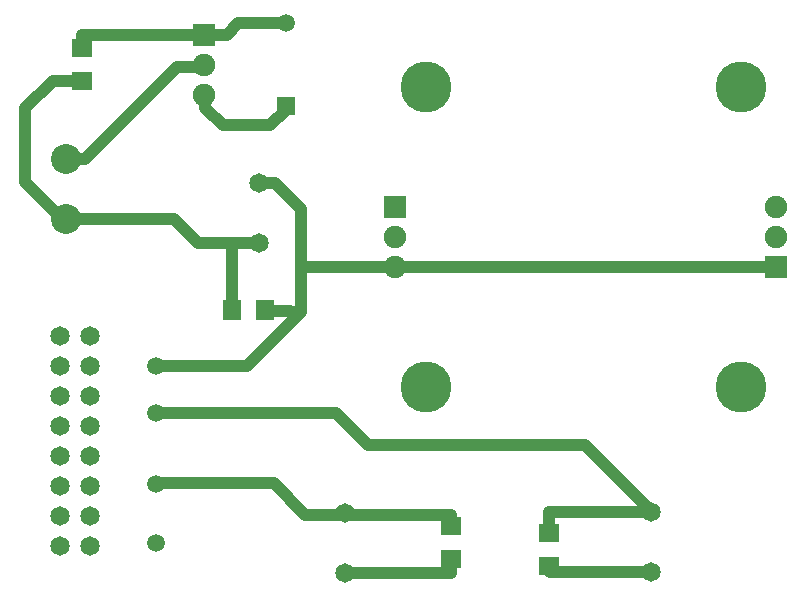
<source format=gbr>
G04 DipTrace 3.3.1.1*
G04 Top.gbr*
%MOIN*%
G04 #@! TF.FileFunction,Copper,L1,Top*
G04 #@! TF.Part,Single*
G04 #@! TA.AperFunction,Conductor*
%ADD14C,0.03937*%
G04 #@! TA.AperFunction,ComponentPad*
%ADD16C,0.065*%
%ADD17C,0.17*%
%ADD18R,0.074803X0.074803*%
%ADD19C,0.074803*%
%ADD20C,0.064961*%
%ADD21C,0.059055*%
%ADD22R,0.059055X0.059055*%
%ADD23C,0.059055*%
%ADD24R,0.070866X0.062992*%
G04 #@! TA.AperFunction,ComponentPad*
%ADD25C,0.1*%
%ADD26R,0.062992X0.070866*%
%FSLAX26Y26*%
G04*
G70*
G90*
G75*
G01*
G04 Top*
%LPD*%
X603990Y1986190D2*
D14*
X964642D1*
X1045593Y1905239D1*
X1246823D1*
X603990Y1986190D2*
X590554D1*
X468339Y2108406D1*
Y2354295D1*
X560381Y2446337D1*
X658079D1*
X1246823Y1905239D2*
X1157354D1*
Y1683322D1*
X1535912Y805769D2*
X1889265D1*
Y853766D1*
X2215875Y830194D2*
X2219243D1*
Y807735D1*
X2553552D1*
X1535912Y1005769D2*
X1542450D1*
Y1000851D1*
X1399977D1*
X1296287Y1104541D1*
X896965D1*
X905827Y1095678D1*
Y1102677D1*
X1535912Y1005769D2*
Y999795D1*
X1889265D1*
Y964003D1*
X905827Y1338898D2*
X1503022D1*
X1609793Y1232127D1*
X2333724D1*
X2553552Y1012299D1*
Y1007735D1*
X2215875D1*
Y940430D1*
X1246823Y2105239D2*
X1301164D1*
X1387563Y2018840D1*
Y1825772D1*
X1702846D1*
X2972753D1*
Y1826440D1*
X905827Y1496378D2*
X1206773D1*
X1387563Y1677168D1*
Y1825772D1*
X1267591Y1683322D2*
X1387563Y1677168D1*
X1063307Y2398740D2*
X1067686D1*
Y2356976D1*
X1126799Y2297864D1*
X1286012D1*
X1338898Y2350749D1*
Y2362520D1*
X603990Y2186190D2*
X667029D1*
X974031Y2493192D1*
X1063307D1*
Y2498740D1*
Y2598740D2*
X658079D1*
Y2556573D1*
X1063307Y2598740D2*
X1140079D1*
X1179449Y2638110D1*
X1338898D1*
D16*
X585920Y1495936D3*
Y1395936D3*
Y1295936D3*
Y1195936D3*
Y1095936D3*
Y995936D3*
Y895936D3*
X685920D3*
Y995936D3*
Y1095936D3*
Y1195936D3*
Y1295936D3*
Y1395936D3*
Y1495936D3*
Y1595936D3*
X585920D3*
D17*
X2854024Y2426440D3*
Y1426440D3*
D18*
X1702846Y2025772D3*
D19*
Y1925772D3*
Y1825772D3*
D18*
X2972753Y1826440D3*
D19*
Y1926440D3*
Y2026440D3*
D17*
X1804874Y2425772D3*
Y1425772D3*
D20*
X1246823Y1905239D3*
Y2105239D3*
X2553552Y807735D3*
Y1007735D3*
X1535912Y805769D3*
Y1005769D3*
D21*
X905827Y905827D3*
Y1102677D3*
Y1338898D3*
Y1496378D3*
D18*
X1063307Y2598740D3*
D19*
Y2498740D3*
Y2398740D3*
D22*
X1338898Y2362520D3*
D23*
Y2638110D3*
D24*
X658079Y2446337D3*
Y2556573D3*
D25*
X603990Y1986190D3*
Y2186190D3*
D24*
X1889265Y853766D3*
Y964003D3*
X2215875Y830194D3*
Y940430D3*
D26*
X1157354Y1683322D3*
X1267591D3*
M02*

</source>
